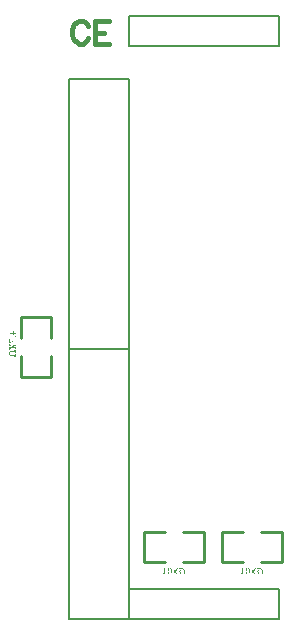
<source format=gbo>
G04 Layer: BottomSilkLayer*
G04 EasyEDA v6.2.46, 2019-11-12T08:41:23+00:00*
G04 a54ae0302d0d4d44958841ca790c1891,6515191c65484b44ad2e16bf32a5f50e,10*
G04 Gerber Generator version 0.2*
G04 Scale: 100 percent, Rotated: No, Reflected: No *
G04 Dimensions in millimeters *
G04 leading zeros omitted , absolute positions ,3 integer and 3 decimal *
%FSLAX33Y33*%
%MOMM*%
G90*
G71D02*

%ADD10C,0.254000*%
%ADD23C,0.203200*%
%ADD24C,0.399999*%
%ADD25C,0.202999*%

%LPD*%
G54D10*
G01X13208Y22987D02*
G01X13208Y21209D01*
G01X10668Y21209D01*
G01X10668Y22987D01*
G01X10668Y24511D02*
G01X10668Y26289D01*
G01X13208Y26289D01*
G01X13208Y24511D01*
G01X22860Y5588D02*
G01X21082Y5588D01*
G01X21082Y8128D01*
G01X22860Y8128D01*
G01X24384Y8128D02*
G01X26162Y8128D01*
G01X26162Y5588D01*
G01X24384Y5588D01*
G01X30988Y8128D02*
G01X32766Y8128D01*
G01X32766Y5588D01*
G01X30988Y5588D01*
G01X29464Y5588D02*
G01X27686Y5588D01*
G01X27686Y8128D01*
G01X29464Y8128D01*
G54D23*
G01X30607Y51816D02*
G01X32512Y51816D01*
G01X32512Y49276D01*
G01X19812Y49276D01*
G01X19812Y51816D01*
G54D25*
G01X19812Y51816D02*
G01X30607Y51816D01*
G54D23*
G01X30607Y3302D02*
G01X32512Y3302D01*
G01X32512Y762D01*
G01X19812Y762D01*
G01X19812Y3302D01*
G54D25*
G01X19812Y3302D02*
G01X30607Y3302D01*
G54D23*
G01X14732Y46482D02*
G01X14732Y23622D01*
G01X19812Y23622D01*
G01X19812Y46482D01*
G01X14732Y46482D01*
G01X14732Y23622D02*
G01X14732Y762D01*
G01X19812Y762D01*
G01X19812Y23622D01*
G01X14732Y23622D01*
G54D24*
G01X16349Y49908D02*
G01X16258Y49728D01*
G01X16077Y49545D01*
G01X15894Y49456D01*
G01X15531Y49456D01*
G01X15348Y49545D01*
G01X15168Y49728D01*
G01X15077Y49908D01*
G01X14985Y50182D01*
G01X14985Y50637D01*
G01X15077Y50909D01*
G01X15168Y51092D01*
G01X15348Y51272D01*
G01X15531Y51363D01*
G01X15894Y51363D01*
G01X16077Y51272D01*
G01X16258Y51092D01*
G01X16349Y50909D01*
G01X16949Y49456D02*
G01X16949Y51363D01*
G01X16949Y49456D02*
G01X18132Y49456D01*
G01X16949Y50363D02*
G01X17678Y50363D01*
G01X16949Y51363D02*
G01X18132Y51363D01*

%LPD*%
G36*
G01X10050Y25146D02*
G01X10010Y25146D01*
G01X9657Y24899D01*
G01X9657Y24853D01*
G01X9999Y24853D01*
G01X9999Y24765D01*
G01X10050Y24765D01*
G01X10050Y24853D01*
G01X10223Y24853D01*
G01X10223Y24919D01*
G01X10050Y24919D01*
G01X10050Y25146D01*
G37*

%LPC*%
G36*
G01X9999Y24919D02*
G01X9999Y25102D01*
G01X9735Y24919D01*
G01X9999Y24919D01*
G37*

%LPD*%
G36*
G01X10199Y24676D02*
G01X10177Y24681D01*
G01X10155Y24676D01*
G01X10137Y24664D01*
G01X10124Y24646D01*
G01X10119Y24625D01*
G01X10124Y24602D01*
G01X10137Y24585D01*
G01X10155Y24573D01*
G01X10177Y24569D01*
G01X10199Y24573D01*
G01X10217Y24585D01*
G01X10229Y24602D01*
G01X10233Y24625D01*
G01X10229Y24646D01*
G01X10216Y24664D01*
G01X10199Y24676D01*
G37*

%LPD*%
G36*
G01X9730Y24457D02*
G01X9664Y24457D01*
G01X9664Y24119D01*
G01X9705Y24119D01*
G01X10223Y24315D01*
G01X10223Y24381D01*
G01X10215Y24389D01*
G01X9730Y24165D01*
G01X9730Y24457D01*
G37*

%LPD*%
G36*
G01X9692Y24043D02*
G01X9664Y24043D01*
G01X9664Y23809D01*
G01X9692Y23809D01*
G01X9702Y23888D01*
G01X9757Y23890D01*
G01X9812Y23890D01*
G01X9868Y23891D01*
G01X9982Y23891D01*
G01X9705Y23667D01*
G01X9692Y23733D01*
G01X9664Y23733D01*
G01X9664Y23543D01*
G01X9692Y23543D01*
G01X9702Y23622D01*
G01X9875Y23764D01*
G01X10187Y23588D01*
G01X10195Y23525D01*
G01X10223Y23525D01*
G01X10223Y23738D01*
G01X10195Y23738D01*
G01X10185Y23670D01*
G01X9928Y23807D01*
G01X10030Y23891D01*
G01X10066Y23891D01*
G01X10104Y23890D01*
G01X10144Y23890D01*
G01X10185Y23888D01*
G01X10195Y23809D01*
G01X10223Y23809D01*
G01X10223Y24043D01*
G01X10195Y24043D01*
G01X10185Y23967D01*
G01X10131Y23965D01*
G01X10076Y23965D01*
G01X10021Y23964D01*
G01X9868Y23964D01*
G01X9813Y23965D01*
G01X9758Y23965D01*
G01X9702Y23967D01*
G01X9692Y24043D01*
G37*

%LPD*%
G36*
G01X10223Y23482D02*
G01X10081Y23489D01*
G01X10081Y23446D01*
G01X10165Y23426D01*
G01X10165Y23309D01*
G01X10114Y23370D01*
G01X10053Y23419D01*
G01X9984Y23452D01*
G01X9906Y23464D01*
G01X9847Y23459D01*
G01X9796Y23444D01*
G01X9753Y23421D01*
G01X9717Y23390D01*
G01X9689Y23354D01*
G01X9668Y23312D01*
G01X9656Y23266D01*
G01X9652Y23218D01*
G01X9656Y23170D01*
G01X9668Y23126D01*
G01X9689Y23085D01*
G01X9717Y23048D01*
G01X9753Y23017D01*
G01X9796Y22994D01*
G01X9847Y22979D01*
G01X9906Y22974D01*
G01X9982Y22986D01*
G01X10052Y23019D01*
G01X10113Y23068D01*
G01X10165Y23129D01*
G01X10165Y23009D01*
G01X10081Y22992D01*
G01X10081Y22948D01*
G01X10223Y22953D01*
G01X10223Y23180D01*
G01X10172Y23180D01*
G01X10118Y23126D01*
G01X10054Y23087D01*
G01X9982Y23061D01*
G01X9906Y23053D01*
G01X9819Y23064D01*
G01X9750Y23096D01*
G01X9704Y23148D01*
G01X9687Y23218D01*
G01X9704Y23289D01*
G01X9750Y23342D01*
G01X9819Y23374D01*
G01X9906Y23385D01*
G01X9982Y23377D01*
G01X10054Y23351D01*
G01X10118Y23311D01*
G01X10172Y23258D01*
G01X10223Y23258D01*
G01X10223Y23482D01*
G37*

%LPD*%

%LPD*%
G36*
G01X23713Y5080D02*
G01X23479Y5080D01*
G01X23479Y5052D01*
G01X23558Y5041D01*
G01X23558Y4559D01*
G01X23479Y4549D01*
G01X23479Y4521D01*
G01X23713Y4521D01*
G01X23713Y4549D01*
G01X23634Y4559D01*
G01X23633Y4613D01*
G01X23632Y4669D01*
G01X23632Y4838D01*
G01X23858Y4561D01*
G01X23789Y4549D01*
G01X23789Y4521D01*
G01X23982Y4521D01*
G01X23982Y4549D01*
G01X23903Y4559D01*
G01X23761Y4732D01*
G01X23934Y5044D01*
G01X23997Y5052D01*
G01X23997Y5080D01*
G01X23784Y5080D01*
G01X23784Y5052D01*
G01X23853Y5041D01*
G01X23715Y4785D01*
G01X23632Y4886D01*
G01X23632Y4960D01*
G01X23633Y5000D01*
G01X23634Y5041D01*
G01X23713Y5052D01*
G01X23713Y5080D01*
G37*

%LPD*%
G36*
G01X22976Y5080D02*
G01X22669Y5080D01*
G01X22669Y5054D01*
G01X22786Y5036D01*
G01X22787Y5003D01*
G01X22788Y4937D01*
G01X22788Y4577D01*
G01X22677Y4587D01*
G01X22677Y4559D01*
G01X22849Y4513D01*
G01X22860Y4521D01*
G01X22857Y4643D01*
G01X22857Y4937D01*
G01X22858Y5003D01*
G01X22860Y5036D01*
G01X22976Y5054D01*
G01X22976Y5080D01*
G37*

%LPD*%
G36*
G01X23267Y5086D02*
G01X23235Y5090D01*
G01X23201Y5086D01*
G01X23169Y5074D01*
G01X23139Y5054D01*
G01X23112Y5023D01*
G01X23090Y4983D01*
G01X23072Y4932D01*
G01X23062Y4870D01*
G01X23058Y4795D01*
G01X23062Y4723D01*
G01X23072Y4663D01*
G01X23090Y4614D01*
G01X23112Y4575D01*
G01X23139Y4546D01*
G01X23169Y4526D01*
G01X23201Y4514D01*
G01X23235Y4511D01*
G01X23267Y4514D01*
G01X23299Y4526D01*
G01X23328Y4546D01*
G01X23354Y4575D01*
G01X23376Y4614D01*
G01X23393Y4663D01*
G01X23404Y4723D01*
G01X23408Y4795D01*
G01X23404Y4870D01*
G01X23393Y4932D01*
G01X23376Y4983D01*
G01X23354Y5023D01*
G01X23328Y5054D01*
G01X23299Y5074D01*
G01X23267Y5086D01*
G37*

%LPC*%
G36*
G01X23272Y5047D02*
G01X23235Y5059D01*
G01X23197Y5047D01*
G01X23163Y5005D01*
G01X23140Y4924D01*
G01X23131Y4795D01*
G01X23140Y4671D01*
G01X23163Y4594D01*
G01X23197Y4555D01*
G01X23235Y4544D01*
G01X23272Y4555D01*
G01X23303Y4594D01*
G01X23324Y4671D01*
G01X23332Y4795D01*
G01X23324Y4924D01*
G01X23303Y5005D01*
G01X23272Y5047D01*
G37*

%LPD*%
G36*
G01X24264Y5080D02*
G01X24041Y5080D01*
G01X24033Y4937D01*
G01X24076Y4937D01*
G01X24096Y5021D01*
G01X24216Y5021D01*
G01X24155Y4970D01*
G01X24106Y4910D01*
G01X24073Y4840D01*
G01X24061Y4762D01*
G01X24066Y4704D01*
G01X24081Y4653D01*
G01X24104Y4609D01*
G01X24134Y4573D01*
G01X24171Y4545D01*
G01X24212Y4524D01*
G01X24257Y4512D01*
G01X24305Y4508D01*
G01X24353Y4512D01*
G01X24398Y4524D01*
G01X24439Y4545D01*
G01X24475Y4573D01*
G01X24505Y4609D01*
G01X24529Y4653D01*
G01X24544Y4704D01*
G01X24549Y4762D01*
G01X24536Y4839D01*
G01X24503Y4909D01*
G01X24454Y4970D01*
G01X24394Y5021D01*
G01X24513Y5021D01*
G01X24533Y4937D01*
G01X24577Y4937D01*
G01X24569Y5080D01*
G01X24343Y5080D01*
G01X24343Y5029D01*
G01X24396Y4975D01*
G01X24436Y4910D01*
G01X24461Y4839D01*
G01X24470Y4762D01*
G01X24459Y4675D01*
G01X24426Y4606D01*
G01X24374Y4560D01*
G01X24305Y4544D01*
G01X24235Y4560D01*
G01X24182Y4606D01*
G01X24149Y4675D01*
G01X24137Y4762D01*
G01X24146Y4839D01*
G01X24172Y4910D01*
G01X24212Y4975D01*
G01X24264Y5029D01*
G01X24264Y5080D01*
G37*

%LPD*%

%LPD*%
G36*
G01X30317Y5080D02*
G01X30083Y5080D01*
G01X30083Y5052D01*
G01X30162Y5041D01*
G01X30162Y4559D01*
G01X30083Y4549D01*
G01X30083Y4521D01*
G01X30317Y4521D01*
G01X30317Y4549D01*
G01X30238Y4559D01*
G01X30237Y4613D01*
G01X30236Y4669D01*
G01X30236Y4838D01*
G01X30462Y4561D01*
G01X30393Y4549D01*
G01X30393Y4521D01*
G01X30586Y4521D01*
G01X30586Y4549D01*
G01X30507Y4559D01*
G01X30365Y4732D01*
G01X30538Y5044D01*
G01X30601Y5052D01*
G01X30601Y5080D01*
G01X30388Y5080D01*
G01X30388Y5052D01*
G01X30457Y5041D01*
G01X30319Y4785D01*
G01X30236Y4886D01*
G01X30236Y4960D01*
G01X30237Y5000D01*
G01X30238Y5041D01*
G01X30317Y5052D01*
G01X30317Y5080D01*
G37*

%LPD*%
G36*
G01X29580Y5080D02*
G01X29273Y5080D01*
G01X29273Y5054D01*
G01X29390Y5036D01*
G01X29391Y5003D01*
G01X29392Y4937D01*
G01X29392Y4577D01*
G01X29281Y4587D01*
G01X29281Y4559D01*
G01X29453Y4513D01*
G01X29464Y4521D01*
G01X29461Y4643D01*
G01X29461Y4937D01*
G01X29462Y5003D01*
G01X29464Y5036D01*
G01X29580Y5054D01*
G01X29580Y5080D01*
G37*

%LPD*%
G36*
G01X29871Y5086D02*
G01X29839Y5090D01*
G01X29805Y5086D01*
G01X29773Y5074D01*
G01X29743Y5054D01*
G01X29716Y5023D01*
G01X29694Y4983D01*
G01X29676Y4932D01*
G01X29666Y4870D01*
G01X29662Y4795D01*
G01X29666Y4723D01*
G01X29676Y4663D01*
G01X29694Y4614D01*
G01X29716Y4575D01*
G01X29743Y4546D01*
G01X29773Y4526D01*
G01X29805Y4514D01*
G01X29839Y4511D01*
G01X29871Y4514D01*
G01X29903Y4526D01*
G01X29932Y4546D01*
G01X29958Y4575D01*
G01X29980Y4614D01*
G01X29997Y4663D01*
G01X30008Y4723D01*
G01X30012Y4795D01*
G01X30008Y4870D01*
G01X29997Y4932D01*
G01X29980Y4983D01*
G01X29958Y5023D01*
G01X29932Y5054D01*
G01X29903Y5074D01*
G01X29871Y5086D01*
G37*

%LPC*%
G36*
G01X29876Y5047D02*
G01X29839Y5059D01*
G01X29801Y5047D01*
G01X29767Y5005D01*
G01X29744Y4924D01*
G01X29735Y4795D01*
G01X29744Y4671D01*
G01X29767Y4594D01*
G01X29801Y4555D01*
G01X29839Y4544D01*
G01X29876Y4555D01*
G01X29907Y4594D01*
G01X29928Y4671D01*
G01X29936Y4795D01*
G01X29928Y4924D01*
G01X29907Y5005D01*
G01X29876Y5047D01*
G37*

%LPD*%
G36*
G01X30868Y5080D02*
G01X30645Y5080D01*
G01X30637Y4937D01*
G01X30680Y4937D01*
G01X30700Y5021D01*
G01X30820Y5021D01*
G01X30759Y4970D01*
G01X30710Y4910D01*
G01X30677Y4840D01*
G01X30665Y4762D01*
G01X30670Y4704D01*
G01X30685Y4653D01*
G01X30708Y4609D01*
G01X30738Y4573D01*
G01X30775Y4545D01*
G01X30816Y4524D01*
G01X30861Y4512D01*
G01X30909Y4508D01*
G01X30957Y4512D01*
G01X31002Y4524D01*
G01X31043Y4545D01*
G01X31079Y4573D01*
G01X31109Y4609D01*
G01X31133Y4653D01*
G01X31148Y4704D01*
G01X31153Y4762D01*
G01X31140Y4839D01*
G01X31107Y4909D01*
G01X31058Y4970D01*
G01X30998Y5021D01*
G01X31117Y5021D01*
G01X31137Y4937D01*
G01X31181Y4937D01*
G01X31173Y5080D01*
G01X30947Y5080D01*
G01X30947Y5029D01*
G01X31000Y4975D01*
G01X31040Y4910D01*
G01X31065Y4839D01*
G01X31074Y4762D01*
G01X31063Y4675D01*
G01X31030Y4606D01*
G01X30978Y4560D01*
G01X30909Y4544D01*
G01X30839Y4560D01*
G01X30786Y4606D01*
G01X30753Y4675D01*
G01X30741Y4762D01*
G01X30750Y4839D01*
G01X30776Y4910D01*
G01X30816Y4975D01*
G01X30868Y5029D01*
G01X30868Y5080D01*
G37*

%LPD*%
M00*
M02*

</source>
